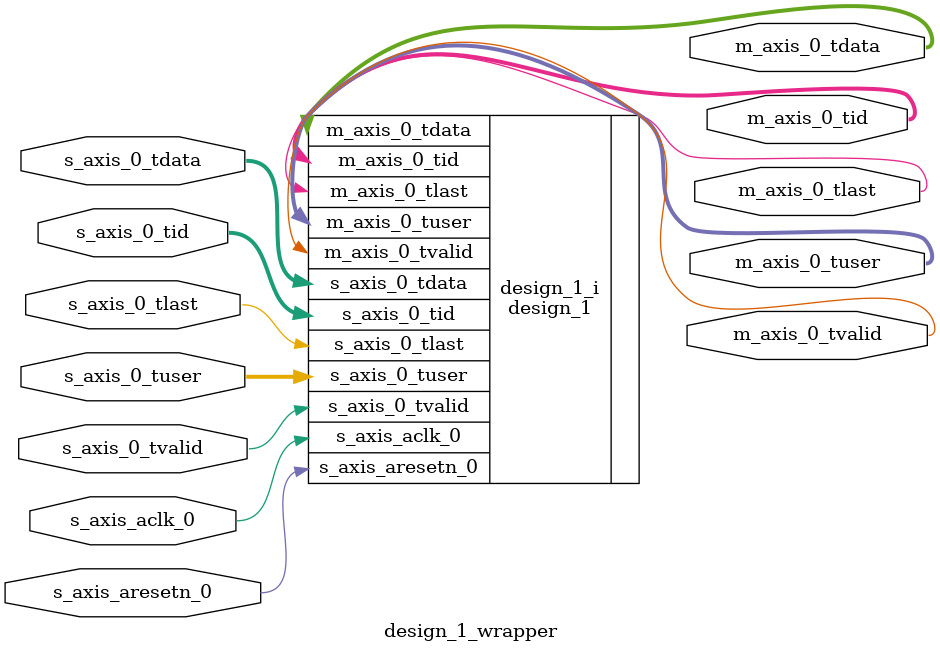
<source format=v>
`timescale 1 ps / 1 ps

module design_1_wrapper
   (m_axis_0_tdata,
    m_axis_0_tid,
    m_axis_0_tlast,
    m_axis_0_tuser,
    m_axis_0_tvalid,
    s_axis_0_tdata,
    s_axis_0_tid,
    s_axis_0_tlast,
    s_axis_0_tuser,
    s_axis_0_tvalid,
    s_axis_aclk_0,
    s_axis_aresetn_0);
  output [255:0]m_axis_0_tdata;
  output [7:0]m_axis_0_tid;
  output m_axis_0_tlast;
  output [7:0]m_axis_0_tuser;
  output m_axis_0_tvalid;
  input [127:0]s_axis_0_tdata;
  input [7:0]s_axis_0_tid;
  input s_axis_0_tlast;
  input [7:0]s_axis_0_tuser;
  input s_axis_0_tvalid;
  input s_axis_aclk_0;
  input s_axis_aresetn_0;

  wire [255:0]m_axis_0_tdata;
  wire [7:0]m_axis_0_tid;
  wire m_axis_0_tlast;
  wire [7:0]m_axis_0_tuser;
  wire m_axis_0_tvalid;
  wire [127:0]s_axis_0_tdata;
  wire [7:0]s_axis_0_tid;
  wire s_axis_0_tlast;
  wire [7:0]s_axis_0_tuser;
  wire s_axis_0_tvalid;
  wire s_axis_aclk_0;
  wire s_axis_aresetn_0;

  design_1 design_1_i
       (.m_axis_0_tdata(m_axis_0_tdata),
        .m_axis_0_tid(m_axis_0_tid),
        .m_axis_0_tlast(m_axis_0_tlast),
        .m_axis_0_tuser(m_axis_0_tuser),
        .m_axis_0_tvalid(m_axis_0_tvalid),
        .s_axis_0_tdata(s_axis_0_tdata),
        .s_axis_0_tid(s_axis_0_tid),
        .s_axis_0_tlast(s_axis_0_tlast),
        .s_axis_0_tuser(s_axis_0_tuser),
        .s_axis_0_tvalid(s_axis_0_tvalid),
        .s_axis_aclk_0(s_axis_aclk_0),
        .s_axis_aresetn_0(s_axis_aresetn_0));
endmodule

</source>
